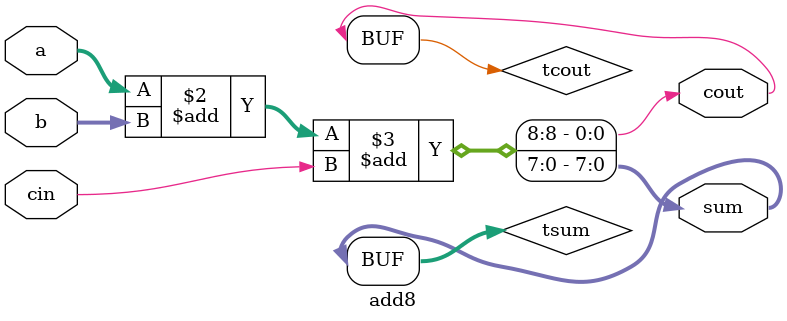
<source format=v>
module add8(a, b, cin, sum, cout);
input [7:0] a;
input [7:0] b;
input cin;

reg [7:0]tsum;
reg tcout;



output [7:0]sum;
output cout;


assign sum=tsum;
assign cout=tcout;

always @ (a or b or cin)
begin
{tcout,tsum}=a+b+cin;
end 

endmodule
//`endif




//`ifndef _add_tb
//`define _add_tb
//`timescale 1ps/1ps
//
//module add8_tb();
//  reg [7:0] a;
//  reg [7:0] b;
//  reg cin;
//
//  reg [7:0]tsum;
//  reg tcout;
//
//  wire [7:0]sum;
//  wire cout;
//
//endmodule //c_element_adp2
//`endif

</source>
